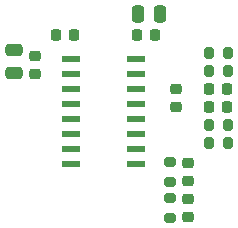
<source format=gbr>
%TF.GenerationSoftware,KiCad,Pcbnew,7.0.7*%
%TF.CreationDate,2025-01-01T22:23:07+10:30*%
%TF.ProjectId,V9360_Breakout,56393336-305f-4427-9265-616b6f75742e,rev?*%
%TF.SameCoordinates,Original*%
%TF.FileFunction,Paste,Top*%
%TF.FilePolarity,Positive*%
%FSLAX46Y46*%
G04 Gerber Fmt 4.6, Leading zero omitted, Abs format (unit mm)*
G04 Created by KiCad (PCBNEW 7.0.7) date 2025-01-01 22:23:07*
%MOMM*%
%LPD*%
G01*
G04 APERTURE LIST*
G04 Aperture macros list*
%AMRoundRect*
0 Rectangle with rounded corners*
0 $1 Rounding radius*
0 $2 $3 $4 $5 $6 $7 $8 $9 X,Y pos of 4 corners*
0 Add a 4 corners polygon primitive as box body*
4,1,4,$2,$3,$4,$5,$6,$7,$8,$9,$2,$3,0*
0 Add four circle primitives for the rounded corners*
1,1,$1+$1,$2,$3*
1,1,$1+$1,$4,$5*
1,1,$1+$1,$6,$7*
1,1,$1+$1,$8,$9*
0 Add four rect primitives between the rounded corners*
20,1,$1+$1,$2,$3,$4,$5,0*
20,1,$1+$1,$4,$5,$6,$7,0*
20,1,$1+$1,$6,$7,$8,$9,0*
20,1,$1+$1,$8,$9,$2,$3,0*%
G04 Aperture macros list end*
%ADD10RoundRect,0.225000X0.225000X0.250000X-0.225000X0.250000X-0.225000X-0.250000X0.225000X-0.250000X0*%
%ADD11RoundRect,0.250000X0.250000X0.475000X-0.250000X0.475000X-0.250000X-0.475000X0.250000X-0.475000X0*%
%ADD12RoundRect,0.250000X0.475000X-0.250000X0.475000X0.250000X-0.475000X0.250000X-0.475000X-0.250000X0*%
%ADD13RoundRect,0.200000X0.200000X0.275000X-0.200000X0.275000X-0.200000X-0.275000X0.200000X-0.275000X0*%
%ADD14RoundRect,0.200000X-0.200000X-0.275000X0.200000X-0.275000X0.200000X0.275000X-0.200000X0.275000X0*%
%ADD15RoundRect,0.071250X0.683750X0.213750X-0.683750X0.213750X-0.683750X-0.213750X0.683750X-0.213750X0*%
%ADD16RoundRect,0.200000X-0.275000X0.200000X-0.275000X-0.200000X0.275000X-0.200000X0.275000X0.200000X0*%
%ADD17RoundRect,0.200000X0.275000X-0.200000X0.275000X0.200000X-0.275000X0.200000X-0.275000X-0.200000X0*%
%ADD18RoundRect,0.225000X-0.250000X0.225000X-0.250000X-0.225000X0.250000X-0.225000X0.250000X0.225000X0*%
%ADD19RoundRect,0.225000X0.250000X-0.225000X0.250000X0.225000X-0.250000X0.225000X-0.250000X-0.225000X0*%
%ADD20RoundRect,0.225000X-0.225000X-0.250000X0.225000X-0.250000X0.225000X0.250000X-0.225000X0.250000X0*%
G04 APERTURE END LIST*
D10*
%TO.C,C7*%
X149111000Y-92456000D03*
X147561000Y-92456000D03*
%TD*%
D11*
%TO.C,C4*%
X143444000Y-86106000D03*
X141544000Y-86106000D03*
%TD*%
D12*
%TO.C,C2*%
X131064000Y-91120000D03*
X131064000Y-89220000D03*
%TD*%
D13*
%TO.C,R5*%
X149161000Y-97028000D03*
X147511000Y-97028000D03*
%TD*%
D10*
%TO.C,C5*%
X143015000Y-87884000D03*
X141465000Y-87884000D03*
%TD*%
D14*
%TO.C,R1*%
X147511000Y-95504000D03*
X149161000Y-95504000D03*
%TD*%
D15*
%TO.C,U1*%
X141340000Y-98806000D03*
X141340000Y-97536000D03*
X141340000Y-96266000D03*
X141340000Y-94996000D03*
X141340000Y-93726000D03*
X141340000Y-92456000D03*
X141340000Y-91186000D03*
X141340000Y-89916000D03*
X135890000Y-89916000D03*
X135890000Y-91186000D03*
X135890000Y-92456000D03*
X135890000Y-93726000D03*
X135890000Y-94996000D03*
X135890000Y-96266000D03*
X135890000Y-97536000D03*
X135890000Y-98806000D03*
%TD*%
D16*
%TO.C,R4*%
X144272000Y-98680000D03*
X144272000Y-100330000D03*
%TD*%
D17*
%TO.C,R3*%
X144272000Y-103378000D03*
X144272000Y-101728000D03*
%TD*%
D18*
%TO.C,C9*%
X145796000Y-98743000D03*
X145796000Y-100293000D03*
%TD*%
D13*
%TO.C,R2*%
X149161000Y-90932000D03*
X147511000Y-90932000D03*
%TD*%
D19*
%TO.C,C10*%
X144780000Y-93993000D03*
X144780000Y-92443000D03*
%TD*%
D10*
%TO.C,C3*%
X136157000Y-87884000D03*
X134607000Y-87884000D03*
%TD*%
D19*
%TO.C,C1*%
X132842000Y-91199000D03*
X132842000Y-89649000D03*
%TD*%
D13*
%TO.C,R6*%
X149161000Y-89408000D03*
X147511000Y-89408000D03*
%TD*%
D20*
%TO.C,C6*%
X147561000Y-93980000D03*
X149111000Y-93980000D03*
%TD*%
D18*
%TO.C,C8*%
X145796000Y-101791000D03*
X145796000Y-103341000D03*
%TD*%
M02*

</source>
